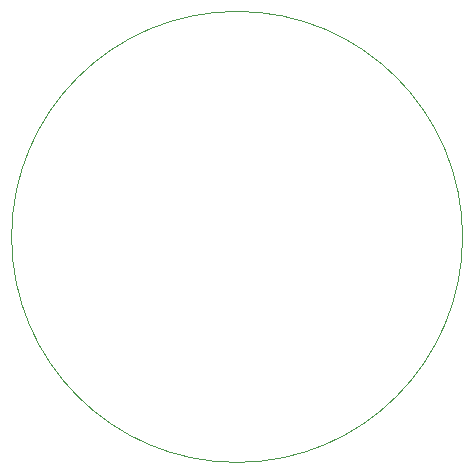
<source format=gbr>
%TF.GenerationSoftware,KiCad,Pcbnew,8.0.1*%
%TF.CreationDate,2024-11-04T22:09:12+13:00*%
%TF.ProjectId,morse_code_keyboard,6d6f7273-655f-4636-9f64-655f6b657962,rev?*%
%TF.SameCoordinates,Original*%
%TF.FileFunction,Profile,NP*%
%FSLAX46Y46*%
G04 Gerber Fmt 4.6, Leading zero omitted, Abs format (unit mm)*
G04 Created by KiCad (PCBNEW 8.0.1) date 2024-11-04 22:09:12*
%MOMM*%
%LPD*%
G01*
G04 APERTURE LIST*
%TA.AperFunction,Profile*%
%ADD10C,0.050000*%
%TD*%
G04 APERTURE END LIST*
D10*
X160062286Y-85090000D02*
G75*
G02*
X121877714Y-85090000I-19092286J0D01*
G01*
X121877714Y-85090000D02*
G75*
G02*
X160062286Y-85090000I19092286J0D01*
G01*
M02*

</source>
